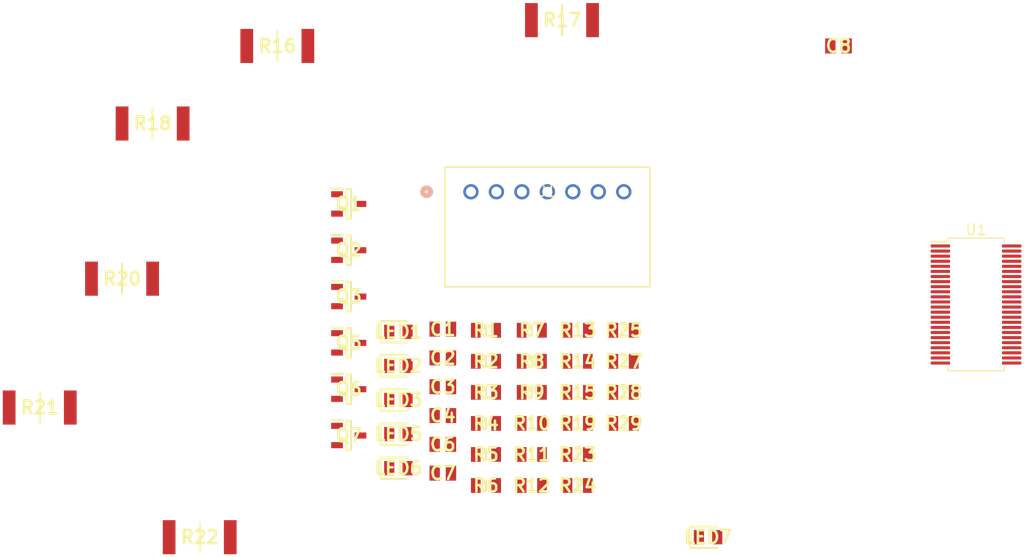
<source format=kicad_pcb>
(kicad_pcb (version 20221018) (generator pcbnew)
  (layers (0 "F.Cu" signal) (31 "B.Cu" signal) (34 "B.Paste" user) (35 "F.Paste" user) (36 "B.SilkS" user "B.Silkscreen") (37 "F.SilkS" user "F.Silkscreen") (38 "B.Mask" user) (39 "F.Mask" user) (44 "Edge.Cuts" user))
  (net 0 "")
  (net 1 "C0")
  (net 2 "C1")
  (net 3 "C2")
  (net 4 "C3")
  (net 5 "C7")
  (net 6 "C8")
  (net 7 "C9")
  (net 8 "Net-(Q1-S)")
  (net 9 "Net-(Q2-S)")
  (net 10 "Net-(Q3-S)")
  (net 11 "Net-(Q5-S)")
  (net 12 "Net-(Q6-S)")
  (net 13 "Net-(Q7-S)")
  (net 14 "Net-(LED1-K)")
  (net 15 "Net-(LED1-A)")
  (net 16 "Net-(LED2-K)")
  (net 17 "Net-(LED2-A)")
  (net 18 "Net-(LED3-K)")
  (net 19 "Net-(LED3-A)")
  (net 20 "Net-(LED5-K)")
  (net 21 "Net-(LED5-A)")
  (net 22 "Net-(LED6-K)")
  (net 23 "Net-(LED6-A)")
  (net 24 "Net-(LED7-K)")
  (net 25 "Net-(LED7-A)")
  (net 26 "Net-(Q1-G)")
  (net 27 "Net-(Q2-G)")
  (net 28 "Net-(Q3-G)")
  (net 29 "Net-(Q5-G)")
  (net 30 "Net-(Q6-G)")
  (net 31 "Net-(Q7-G)")
  (net 32 "C6")
  (net 33 "C12")
  (net 34 "VIN_MONITOR")
  (net 35 "S1")
  (net 36 "S2")
  (net 37 "S3")
  (net 38 "S7")
  (net 39 "S8")
  (net 40 "S9")
  (footprint "FixedWing:CAPC2012X95N" (layer "F.Cu") (at 138.165 71.58)
    (fp_text reference "C3" (at 0 0) (layer "F.SilkS") (effects (font (size 1.27 1.27) (thickness 0.254))))
    (fp_text value "10nF" hide)
    (pad "1" smd rect (at -0.8 0) (size 1.02 1.47) (layers "F.Cu" "F.Paste" "F.Mask") (net 3 "C2"))
    (pad "2" smd rect (at 0.8 0) (size 1.02 1.47) (layers "F.Cu" "F.Paste" "F.Mask") (net 2 "C1"))
  )
  (footprint "FixedWing:RESC6332X70N" (layer "F.Cu") (at 98.6 73.62)
    (fp_text reference "R21" (at 0 0) (layer "F.SilkS") (effects (font (size 1.27 1.27) (thickness 0.254))))
    (fp_text value "33Ω" hide)
    (fp_line (start 0 -1.475) (end 0 1.475) (stroke (width 0.2)) (layer "F.SilkS"))
    (pad "1" smd rect (at -3 0) (size 1.25 3.35) (layers "F.Cu" "F.Paste" "F.Mask") (net 11 "Net-(Q5-S)"))
    (pad "2" smd rect (at 3 0) (size 1.25 3.35) (layers "F.Cu" "F.Paste" "F.Mask") (net 23 "Net-(LED6-A)"))
  )
  (footprint "FixedWing:RESC2012X50N" (layer "F.Cu") (at 142.4 66.03)
    (fp_text reference "R1" (at 0 0) (layer "F.SilkS") (effects (font (size 1.27 1.27) (thickness 0.254))))
    (fp_text value "100Ω" hide)
    (fp_line (start 0 -0.525) (end 0 0.525) (stroke (width 0.2)) (layer "F.SilkS"))
    (pad "1" smd rect (at -1 0) (size 0.95 1.45) (layers "F.Cu" "F.Paste" "F.Mask") (net 1 "C0"))
    (pad "2" smd rect (at 1 0) (size 0.95 1.45) (layers "F.Cu" "F.Paste" "F.Mask") (net 1 "C0"))
  )
  (footprint "FixedWing:SOT95P260X110-3N" (layer "F.Cu") (at 128.93 71.82)
    (fp_text reference "Q6" (at 0 0) (layer "F.SilkS") (effects (font (size 1.27 1.27) (thickness 0.254))))
    (fp_text value "BSS308PE_H6327" hide)
    (fp_line (start -1.725 -1.5) (end -0.575 -1.5) (stroke (width 0.2)) (layer "F.SilkS"))
    (fp_line (start -0.225 -1.45) (end 0.225 -1.45) (stroke (width 0.2)) (layer "F.SilkS"))
    (fp_line (start -0.225 1.45) (end -0.225 -1.45) (stroke (width 0.2)) (layer "F.SilkS"))
    (fp_line (start 0.225 -1.45) (end 0.225 1.45) (stroke (width 0.2)) (layer "F.SilkS"))
    (fp_line (start 0.225 1.45) (end -0.225 1.45) (stroke (width 0.2)) (layer "F.SilkS"))
    (pad "1" smd rect (at -1.15 -0.95 90) (size 0.6 1.15) (layers "F.Cu" "F.Paste" "F.Mask") (net 30 "Net-(Q6-G)"))
    (pad "2" smd rect (at -1.15 0.95 90) (size 0.6 1.15) (layers "F.Cu" "F.Paste" "F.Mask") (net 12 "Net-(Q6-S)"))
    (pad "3" smd rect (at 1.15 0 90) (size 0.6 1.15) (layers "F.Cu" "F.Paste" "F.Mask") (net 23 "Net-(LED6-A)"))
  )
  (footprint "FixedWing:RESC2012X50N" (layer "F.Cu") (at 142.4 75.18)
    (fp_text reference "R4" (at 0 0) (layer "F.SilkS") (effects (font (size 1.27 1.27) (thickness 0.254))))
    (fp_text value "100Ω" hide)
    (fp_line (start 0 -0.525) (end 0 0.525) (stroke (width 0.2)) (layer "F.SilkS"))
    (pad "1" smd rect (at -1 0) (size 0.95 1.45) (layers "F.Cu" "F.Paste" "F.Mask") (net 10 "Net-(Q3-S)"))
    (pad "2" smd rect (at 1 0) (size 0.95 1.45) (layers "F.Cu" "F.Paste" "F.Mask") (net 4 "C3"))
  )
  (footprint "FixedWing:RESC2012X50N" (layer "F.Cu") (at 155.9 69.08)
    (fp_text reference "R27" (at 0 0) (layer "F.SilkS") (effects (font (size 1.27 1.27) (thickness 0.254))))
    (fp_text value "3K3Ω" hide)
    (fp_line (start 0 -0.525) (end 0 0.525) (stroke (width 0.2)) (layer "F.SilkS"))
    (pad "1" smd rect (at -1 0) (size 0.95 1.45) (layers "F.Cu" "F.Paste" "F.Mask") (net 38 "S7"))
    (pad "2" smd rect (at 1 0) (size 0.95 1.45) (layers "F.Cu" "F.Paste" "F.Mask") (net 29 "Net-(Q5-G)"))
  )
  (footprint "FixedWing:CAPC2012X95N" (layer "F.Cu") (at 138.165 68.75)
    (fp_text reference "C2" (at 0 0) (layer "F.SilkS") (effects (font (size 1.27 1.27) (thickness 0.254))))
    (fp_text value "10nF" hide)
    (pad "1" smd rect (at -0.8 0) (size 1.02 1.47) (layers "F.Cu" "F.Paste" "F.Mask") (net 2 "C1"))
    (pad "2" smd rect (at 0.8 0) (size 1.02 1.47) (layers "F.Cu" "F.Paste" "F.Mask") (net 1 "C0"))
  )
  (footprint "FixedWing:RESC2012X50N" (layer "F.Cu") (at 142.4 69.08)
    (fp_text reference "R2" (at 0 0) (layer "F.SilkS") (effects (font (size 1.27 1.27) (thickness 0.254))))
    (fp_text value "100Ω" hide)
    (fp_line (start 0 -0.525) (end 0 0.525) (stroke (width 0.2)) (layer "F.SilkS"))
    (pad "1" smd rect (at -1 0) (size 0.95 1.45) (layers "F.Cu" "F.Paste" "F.Mask") (net 8 "Net-(Q1-S)"))
    (pad "2" smd rect (at 1 0) (size 0.95 1.45) (layers "F.Cu" "F.Paste" "F.Mask") (net 2 "C1"))
  )
  (footprint "FixedWing:RESC2012X50N" (layer "F.Cu") (at 151.4 75.18)
    (fp_text reference "R19" (at 0 0) (layer "F.SilkS") (effects (font (size 1.27 1.27) (thickness 0.254))))
    (fp_text value "100Ω" hide)
    (fp_line (start 0 -0.525) (end 0 0.525) (stroke (width 0.2)) (layer "F.SilkS"))
    (pad "1" smd rect (at -1 0) (size 0.95 1.45) (layers "F.Cu" "F.Paste" "F.Mask") (net 13 "Net-(Q7-S)"))
    (pad "2" smd rect (at 1 0) (size 0.95 1.45) (layers "F.Cu" "F.Paste" "F.Mask") (net 34 "VIN_MONITOR"))
  )
  (footprint "FixedWing:CAPC2012X95N" (layer "F.Cu") (at 138.165 65.92)
    (fp_text reference "C1" (at 0 0) (layer "F.SilkS") (effects (font (size 1.27 1.27) (thickness 0.254))))
    (fp_text value "10nF" hide)
    (pad "1" smd rect (at -0.8 0) (size 1.02 1.47) (layers "F.Cu" "F.Paste" "F.Mask") (net 1 "C0"))
    (pad "2" smd rect (at 0.8 0) (size 1.02 1.47) (layers "F.Cu" "F.Paste" "F.Mask") (net 1 "C0"))
  )
  (footprint "FixedWing:RESC2012X50N" (layer "F.Cu") (at 146.9 66.03)
    (fp_text reference "R7" (at 0 0) (layer "F.SilkS") (effects (font (size 1.27 1.27) (thickness 0.254))))
    (fp_text value "100Ω" hide)
    (fp_line (start 0 -0.525) (end 0 0.525) (stroke (width 0.2)) (layer "F.SilkS"))
    (pad "1" smd rect (at -1 0) (size 0.95 1.45) (layers "F.Cu" "F.Paste" "F.Mask") (net 12 "Net-(Q6-S)"))
    (pad "2" smd rect (at 1 0) (size 0.95 1.45) (layers "F.Cu" "F.Paste" "F.Mask") (net 6 "C8"))
  )
  (footprint "FixedWing:SOT95P260X110-3N" (layer "F.Cu") (at 128.93 58.17)
    (fp_text reference "Q2" (at 0 0) (layer "F.SilkS") (effects (font (size 1.27 1.27) (thickness 0.254))))
    (fp_text value "BSS308PE_H6327" hide)
    (fp_line (start -1.725 -1.5) (end -0.575 -1.5) (stroke (width 0.2)) (layer "F.SilkS"))
    (fp_line (start -0.225 -1.45) (end 0.225 -1.45) (stroke (width 0.2)) (layer "F.SilkS"))
    (fp_line (start -0.225 1.45) (end -0.225 -1.45) (stroke (width 0.2)) (layer "F.SilkS"))
    (fp_line (start 0.225 -1.45) (end 0.225 1.45) (stroke (width 0.2)) (layer "F.SilkS"))
    (fp_line (start 0.225 1.45) (end -0.225 1.45) (stroke (width 0.2)) (layer "F.SilkS"))
    (pad "1" smd rect (at -1.15 -0.95 90) (size 0.6 1.15) (layers "F.Cu" "F.Paste" "F.Mask") (net 27 "Net-(Q2-G)"))
    (pad "2" smd rect (at -1.15 0.95 90) (size 0.6 1.15) (layers "F.Cu" "F.Paste" "F.Mask") (net 9 "Net-(Q2-S)"))
    (pad "3" smd rect (at 1.15 0 90) (size 0.6 1.15) (layers "F.Cu" "F.Paste" "F.Mask") (net 17 "Net-(LED2-A)"))
  )
  (footprint "FixedWing:LEDC2012X120N" (layer "F.Cu") (at 133.805 72.88)
    (fp_text reference "LED3" (at 0 0) (layer "F.SilkS") (effects (font (size 1.27 1.27) (thickness 0.254))))
    (fp_text value "LTST-C170KRKT" hide)
    (fp_line (start -1.75 -1.05) (end -1.75 1.05) (stroke (width 0.2)) (layer "F.SilkS"))
    (fp_line (start -1.75 1.05) (end 0.9 1.05) (stroke (width 0.2)) (layer "F.SilkS"))
    (fp_line (start 0.9 -1.05) (end -1.75 -1.05) (stroke (width 0.2)) (layer "F.SilkS"))
    (pad "1" smd rect (at -0.9 0) (size 1 1.4) (layers "F.Cu" "F.Paste" "F.Mask") (net 18 "Net-(LED3-K)"))
    (pad "2" smd rect (at 0.9 0) (size 1 1.4) (layers "F.Cu" "F.Paste" "F.Mask") (net 19 "Net-(LED3-A)"))
  )
  (footprint "FixedWing:LEDC2012X120N" (layer "F.Cu") (at 164.2 86.36)
    (fp_text reference "LED7" (at 0 0) (layer "F.SilkS") (effects (font (size 1.27 1.27) (thickness 0.254))))
    (fp_text value "LTST-C170KRKT" hide)
    (fp_line (start -1.75 -1.05) (end -1.75 1.05) (stroke (width 0.2)) (layer "F.SilkS"))
    (fp_line (start -1.75 1.05) (end 0.9 1.05) (stroke (width 0.2)) (layer "F.SilkS"))
    (fp_line (start 0.9 -1.05) (end -1.75 -1.05) (stroke (width 0.2)) (layer "F.SilkS"))
    (pad "1" smd rect (at -0.9 0) (size 1 1.4) (layers "F.Cu" "F.Paste" "F.Mask") (net 24 "Net-(LED7-K)"))
    (pad "2" smd rect (at 0.9 0) (size 1 1.4) (layers "F.Cu" "F.Paste" "F.Mask") (net 25 "Net-(LED7-A)"))
  )
  (footprint "FixedWing:LEDC2012X120N" (layer "F.Cu") (at 133.805 66.18)
    (fp_text reference "LED1" (at 0 0) (layer "F.SilkS") (effects (font (size 1.27 1.27) (thickness 0.254))))
    (fp_text value "LTST-C170KRKT" hide)
    (fp_line (start -1.75 -1.05) (end -1.75 1.05) (stroke (width 0.2)) (layer "F.SilkS"))
    (fp_line (start -1.75 1.05) (end 0.9 1.05) (stroke (width 0.2)) (layer "F.SilkS"))
    (fp_line (start 0.9 -1.05) (end -1.75 -1.05) (stroke (width 0.2)) (layer "F.SilkS"))
    (pad "1" smd rect (at -0.9 0) (size 1 1.4) (layers "F.Cu" "F.Paste" "F.Mask") (net 14 "Net-(LED1-K)"))
    (pad "2" smd rect (at 0.9 0) (size 1 1.4) (layers "F.Cu" "F.Paste" "F.Mask") (net 15 "Net-(LED1-A)"))
  )
  (footprint "FixedWing:RESC2012X50N" (layer "F.Cu") (at 142.4 78.23)
    (fp_text reference "R5" (at 0 0) (layer "F.SilkS") (effects (font (size 1.27 1.27) (thickness 0.254))))
    (fp_text value "100Ω" hide)
    (fp_line (start 0 -0.525) (end 0 0.525) (stroke (width 0.2)) (layer "F.SilkS"))
    (pad "1" smd rect (at -1 0) (size 0.95 1.45) (layers "F.Cu" "F.Paste" "F.Mask") (net 10 "Net-(Q3-S)"))
    (pad "2" smd rect (at 1 0) (size 0.95 1.45) (layers "F.Cu" "F.Paste" "F.Mask") (net 32 "C6"))
  )
  (footprint "FixedWing:RESC2012X50N" (layer "F.Cu") (at 146.9 78.23)
    (fp_text reference "R11" (at 0 0) (layer "F.SilkS") (effects (font (size 1.27 1.27) (thickness 0.254))))
    (fp_text value "475Ω" hide)
    (fp_line (start 0 -0.525) (end 0 0.525) (stroke (width 0.2)) (layer "F.SilkS"))
    (pad "1" smd rect (at -1 0) (size 0.95 1.45) (layers "F.Cu" "F.Paste" "F.Mask") (net 9 "Net-(Q2-S)"))
    (pad "2" smd rect (at 1 0) (size 0.95 1.45) (layers "F.Cu" "F.Paste" "F.Mask") (net 18 "Net-(LED3-K)"))
  )
  (footprint "FixedWing:CONN_S7B-XH-A_JST" (layer "F.Cu") (at 140.9249 52.426901)
    (fp_text reference "J1" (at 7.5 0 unlocked) (layer "F.SilkS"))
    (fp_text value "S7B-XH-A")
    (fp_circle (center -4.3491 0) (end -3.9681 0) (stroke (width 0.508)) (fill none) (layer "B.SilkS"))
    (fp_line (start -2.5711 -2.427) (end -2.5711 9.333199) (stroke (width 0.1524)) (layer "F.SilkS"))
    (fp_line (start -2.5711 9.333199) (end 17.5711 9.333199) (stroke (width 0.1524)) (layer "F.SilkS"))
    (fp_line (start 17.5711 -2.427) (end -2.5711 -2.427) (stroke (width 0.1524)) (layer "F.SilkS"))
    (fp_line (start 17.5711 9.333199) (end 17.5711 -2.427) (stroke (width 0.1524)) (layer "F.SilkS"))
    (fp_circle (center -4.3491 0) (end -3.9681 0) (stroke (width 0.508)) (fill none) (layer "F.SilkS"))
    (pad "1" thru_hole circle (at 0 0) (size 1.4986 1.4986) (drill 0.9906) (layers "*.Cu" "*.Mask") (net 1 "C0"))
    (pad "2" thru_hole circle (at 2.5 0) (size 1.4986 1.4986) (drill 0.9906) (layers "*.Cu" "*.Mask") (net 8 "Net-(Q1-S)"))
    (pad "3" thru_hole circle (at 5 0) (size 1.4986 1.4986) (drill 0.9906) (layers "*.Cu" "*.Mask") (net 9 "Net-(Q2-S)"))
    (pad "4" thru_hole circle (at 7.5 0) (size 1.4986 1.4986) (drill 0.9906) (layers "*.Cu" "*.Mask") (net 10 "Net-(Q3-S)"))
    (pad "5" thru_hole circle (at 10 0) (size 1.4986 1.4986) (drill 0.9906) (layers "*.Cu" "*.Mask") (net 11 "Net-(Q5-S)"))
    (pad "6" thru_hole circle (at 12.500001 0) (size 1.4986 1.4986) (drill 0.9906) (layers "*.Cu" "*.Mask") (net 12 "Net-(Q6-S)"))
    (pad "7" thru_hole circle (at 15.000001 0) (size 1.4986 1.4986) (drill 0.9906) (layers "*.Cu" "*.Mask") (net 13 "Net-(Q7-S)"))
  )
  (footprint "FixedWing:SOT95P260X110-3N" (layer "F.Cu") (at 128.93 62.72)
    (fp_text reference "Q3" (at 0 0) (layer "F.SilkS") (effects (font (size 1.27 1.27) (thickness 0.254))))
    (fp_text value "BSS308PE_H6327" hide)
    (fp_line (start -1.725 -1.5) (end -0.575 -1.5) (stroke (width 0.2)) (layer "F.SilkS"))
    (fp_line (start -0.225 -1.45) (end 0.225 -1.45) (stroke (width 0.2)) (layer "F.SilkS"))
    (fp_line (start -0.225 1.45) (end -0.225 -1.45) (stroke (width 0.2)) (layer "F.SilkS"))
    (fp_line (start 0.225 -1.45) (end 0.225 1.45) (stroke (width 0.2)) (layer "F.SilkS"))
    (fp_line (start 0.225 1.45) (end -0.225 1.45) (stroke (width 0.2)) (layer "F.SilkS"))
    (pad "1" smd rect (at -1.15 -0.95 90) (size 0.6 1.15) (layers "F.Cu" "F.Paste" "F.Mask") (net 28 "Net-(Q3-G)"))
    (pad "2" smd rect (at -1.15 0.95 90) (size 0.6 1.15) (layers "F.Cu" "F.Paste" "F.Mask") (net 10 "Net-(Q3-S)"))
    (pad "3" smd rect (at 1.15 0 90) (size 0.6 1.15) (layers "F.Cu" "F.Paste" "F.Mask") (net 19 "Net-(LED3-A)"))
  )
  (footprint "FixedWing:RESC2012X50N" (layer "F.Cu") (at 151.4 78.23)
    (fp_text reference "R23" (at 0 0) (layer "F.SilkS") (effects (font (size 1.27 1.27) (thickness 0.254))))
    (fp_text value "3K3Ω" hide)
    (fp_line (start 0 -0.525) (end 0 0.525) (stroke (width 0.2)) (layer "F.SilkS"))
    (pad "1" smd rect (at -1 0) (size 0.95 1.45) (layers "F.Cu" "F.Paste" "F.Mask") (net 35 "S1"))
    (pad "2" smd rect (at 1 0) (size 0.95 1.45) (layers "F.Cu" "F.Paste" "F.Mask") (net 26 "Net-(Q1-G)"))
  )
  (footprint "FixedWing:CAPC2012X95N" (layer "F.Cu") (at 138.165 77.24)
    (fp_text reference "C6" (at 0 0) (layer "F.SilkS") (effects (font (size 1.27 1.27) (thickness 0.254))))
    (fp_text value "10nF" hide)
    (pad "1" smd rect (at -0.8 0) (size 1.02 1.47) (layers "F.Cu" "F.Paste" "F.Mask") (net 5 "C7"))
    (pad "2" smd rect (at 0.8 0) (size 1.02 1.47) (layers "F.Cu" "F.Paste" "F.Mask") (net 4 "C3"))
  )
  (footprint "FixedWing:RESC2012X50N" (layer "F.Cu") (at 155.9 66.03)
    (fp_text reference "R25" (at 0 0) (layer "F.SilkS") (effects (font (size 1.27 1.27) (thickness 0.254))))
    (fp_text value "3K3Ω" hide)
    (fp_line (start 0 -0.525) (end 0 0.525) (stroke (width 0.2)) (layer "F.SilkS"))
    (pad "1" smd rect (at -1 0) (size 0.95 1.45) (layers "F.Cu" "F.Paste" "F.Mask") (net 37 "S3"))
    (pad "2" smd rect (at 1 0) (size 0.95 1.45) (layers "F.Cu" "F.Paste" "F.Mask") (net 28 "Net-(Q3-G)"))
  )
  (footprint "FixedWing:SOT95P260X110-3N" (layer "F.Cu") (at 128.93 76.37)
    (fp_text reference "Q7" (at 0 0) (layer "F.SilkS") (effects (font (size 1.27 1.27) (thickness 0.254))))
    (fp_text value "BSS308PE_H6327" hide)
    (fp_line (start -1.725 -1.5) (end -0.575 -1.5) (stroke (width 0.2)) (layer "F.SilkS"))
    (fp_line (start -0.225 -1.45) (end 0.225 -1.45) (stroke (width 0.2)) (layer "F.SilkS"))
    (fp_line (start -0.225 1.45) (end -0.225 -1.45) (stroke (width 0.2)) (layer "F.SilkS"))
    (fp_line (start 0.225 -1.45) (end 0.225 1.45) (stroke (width 0.2)) (layer "F.SilkS"))
    (fp_line (start 0.225 1.45) (end -0.225 1.45) (stroke (width 0.2)) (layer "F.SilkS"))
    (pad "1" smd rect (at -1.15 -0.95 90) (size 0.6 1.15) (layers "F.Cu" "F.Paste" "F.Mask") (net 31 "Net-(Q7-G)"))
    (pad "2" smd rect (at -1.15 0.95 90) (size 0.6 1.15) (layers "F.Cu" "F.Paste" "F.Mask") (net 13 "Net-(Q7-S)"))
    (pad "3" smd rect (at 1.15 0 90) (size 0.6 1.15) (layers "F.Cu" "F.Paste" "F.Mask") (net 25 "Net-(LED7-A)"))
  )
  (footprint "FixedWing:RESC6332X70N" (layer "F.Cu") (at 121.92 38.1)
    (fp_text reference "R16" (at 0 0) (layer "F.SilkS") (effects (font (size 1.27 1.27) (thickness 0.254))))
    (fp_text value "33Ω" hide)
    (fp_line (start 0 -1.475) (end 0 1.475) (stroke (width 0.2)) (layer "F.SilkS"))
    (pad "1" smd rect (at -3 0) (size 1.25 3.35) (layers "F.Cu" "F.Paste" "F.Mask") (net 1 "C0"))
    (pad "2" smd rect (at 3 0) (size 1.25 3.35) (layers "F.Cu" "F.Paste" "F.Mask") (net 15 "Net-(LED1-A)"))
  )
  (footprint "FixedWing:RESC6332X70N" (layer "F.Cu") (at 106.68 60.96)
    (fp_text reference "R20" (at 0 0) (layer "F.SilkS") (effects (font (size 1.27 1.27) (thickness 0.254))))
    (fp_text value "33Ω" hide)
    (fp_line (start 0 -1.475) (end 0 1.475) (stroke (width 0.2)) (layer "F.SilkS"))
    (pad "1" smd rect (at -3 0) (size 1.25 3.35) (layers "F.Cu" "F.Paste" "F.Mask") (net 10 "Net-(Q3-S)"))
    (pad "2" smd rect (at 3 0) (size 1.25 3.35) (layers "F.Cu" "F.Paste" "F.Mask") (net 21 "Net-(LED5-A)"))
  )
  (footprint "FixedWing:RESC2012X50N" (layer "F.Cu") (at 151.4 69.08)
    (fp_text reference "R14" (at 0 0) (layer "F.SilkS") (effects (font (size 1.27 1.27) (thickness 0.254))))
    (fp_text value "475Ω" hide)
    (fp_line (start 0 -0.525) (end 0 0.525) (stroke (width 0.2)) (layer "F.SilkS"))
    (pad "1" smd rect (at -1 0) (size 0.95 1.45) (layers "F.Cu" "F.Paste" "F.Mask") (net 11 "Net-(Q5-S)"))
    (pad "2" smd rect (at 1 0) (size 0.95 1.45) (layers "F.Cu" "F.Paste" "F.Mask") (net 22 "Net-(LED6-K)"))
  )
  (footprint "FixedWing:RESC2012X50N" (layer "F.Cu") (at 146.9 72.13)
    (fp_text reference "R9" (at 0 0) (layer "F.SilkS") (effects (font (size 1.27 1.27) (thickness 0.254))))
    (fp_text value "475Ω" hide)
    (fp_line (start 0 -0.525) (end 0 0.525) (stroke (width 0.2)) (layer "F.SilkS"))
    (pad "1" smd rect (at -1 0) (size 0.95 1.45) (layers "F.Cu" "F.Paste" "F.Mask") (net 1 "C0"))
    (pad "2" smd rect (at 1 0) (size 0.95 1.45) (layers "F.Cu" "F.Paste" "F.Mask") (net 14 "Net-(LED1-K)"))
  )
  (footprint "FixedWing:RESC6332X70N" (layer "F.Cu") (at 109.68 45.72)
    (fp_text reference "R18" (at 0 0) (layer "F.SilkS") (effects (font (size 1.27 1.27) (thickness 0.254))))
    (fp_text value "33Ω" hide)
    (fp_line (start 0 -1.475) (end 0 1.475) (stroke (width 0.2)) (layer "F.SilkS"))
    (pad "1" smd rect (at -3 0) (size 1.25 3.35) (layers "F.Cu" "F.Paste" "F.Mask") (net 9 "Net-(Q2-S)"))
    (pad "2" smd rect (at 3 0) (size 1.25 3.35) (layers "F.Cu" "F.Paste" "F.Mask") (net 19 "Net-(LED3-A)"))
  )
  (footprint "FixedWing:RESC6332X70N" (layer "F.Cu") (at 114.3 86.36)
    (fp_text reference "R22" (at 0 0) (layer "F.SilkS") (effects (font (size 1.27 1.27) (thickness 0.254))))
    (fp_text value "33Ω" hide)
    (fp_line (start 0 -1.475) (end 0 1.475) (stroke (width 0.2)) (layer "F.SilkS"))
    (pad "1" smd rect (at -3 0) (size 1.25 3.35) (layers "F.Cu" "F.Paste" "F.Mask") (net 12 "Net-(Q6-S)"))
    (pad "2" smd rect (at 3 0) (size 1.25 3.35) (layers "F.Cu" "F.Paste" "F.Mask") (net 25 "Net-(LED7-A)"))
  )
  (footprint "FixedWing:RESC2012X50N" (layer "F.Cu") (at 151.4 72.13)
    (fp_text reference "R15" (at 0 0) (layer "F.SilkS") (effects (font (size 1.27 1.27) (thickness 0.254))))
    (fp_text value "475Ω" hide)
    (fp_line (start 0 -0.525) (end 0 0.525) (stroke (width 0.2)) (layer "F.SilkS"))
    (pad "1" smd rect (at -1 0) (size 0.95 1.45) (layers "F.Cu" "F.Paste" "F.Mask") (net 12 "Net-(Q6-S)"))
    (pad "2" smd rect (at 1 0) (size 0.95 1.45) (layers "F.Cu" "F.Paste" "F.Mask") (net 24 "Net-(LED7-K)"))
  )
  (footprint "FixedWing:RESC2012X50N" (layer "F.Cu") (at 146.9 75.18)
    (fp_text reference "R10" (at 0 0) (layer "F.SilkS") (effects (font (size 1.27 1.27) (thickness 0.254))))
    (fp_text value "475Ω" hide)
    (fp_line (start 0 -0.525) (end 0 0.525) (stroke (width 0.2)) (layer "F.SilkS"))
    (pad "1" smd rect (at -1 0) (size 0.95 1.45) (layers "F.Cu" "F.Paste" "F.Mask") (net 8 "Net-(Q1-S)"))
    (pad "2" smd rect (at 1 0) (size 0.95 1.45) (layers "F.Cu" "F.Paste" "F.Mask") (net 16 "Net-(LED2-K)"))
  )
  (footprint "FixedWing:CAPC2012X95N" (layer "F.Cu") (at 138.165 74.41)
    (fp_text reference "C4" (at 0 0) (layer "F.SilkS") (effects (font (size 1.27 1.27) (thickness 0.254))))
    (fp_text value "10nF" hide)
    (pad "1" smd rect (at -0.8 0) (size 1.02 1.47) (layers "F.Cu" "F.Paste" "F.Mask") (net 4 "C3"))
    (pad "2" smd rect (at 0.8 0) (size 1.02 1.47) (layers "F.Cu" "F.Paste" "F.Mask") (net 3 "C2"))
  )
  (footprint "FixedWing:SOT95P260X110-3N" (layer "F.Cu") (at 128.93 53.62)
    (fp_text reference "Q1" (at 0 0) (layer "F.SilkS") (effects (font (size 1.27 1.27) (thickness 0.254))))
    (fp_text value "BSS308PE_H6327" hide)
    (fp_line (start -1.725 -1.5) (end -0.575 -1.5) (stroke (width 0.2)) (layer "F.SilkS"))
    (fp_line (start -0.225 -1.45) (end 0.225 -1.45) (stroke (width 0.2)) (layer "F.SilkS"))
    (fp_line (start -0.225 1.45) (end -0.225 -1.45) (stroke (width 0.2)) (layer "F.SilkS"))
    (fp_line (start 0.225 -1.45) (end 0.225 1.45) (stroke (width 0.2)) (layer "F.SilkS"))
    (fp_line (start 0.225 1.45) (end -0.225 1.45) (stroke (width 0.2)) (layer "F.SilkS"))
    (pad "1" smd rect (at -1.15 -0.95 90) (size 0.6 1.15) (layers "F.Cu" "F.Paste" "F.Mask") (net 26 "Net-(Q1-G)"))
    (pad "2" smd rect (at -1.15 0.95 90) (size 0.6 1.15) (layers "F.Cu" "F.Paste" "F.Mask") (net 8 "Net-(Q1-S)"))
    (pad "3" smd rect (at 1.15 0 90) (size 0.6 1.15) (layers "F.Cu" "F.Paste" "F.Mask") (net 15 "Net-(LED1-A)"))
  )
  (footprint "Package_SO:SSOP-48_5.3x12.8mm_P0.5mm" (layer "F.Cu") (at 190.5 63.5)
    (fp_text reference "U1" (at 0 -7.35) (layer "F.SilkS"))
    (fp_text value "LTC6804-2")
    (fp_line (start -2.76 -6.51) (end -2.76 -6.16) (stroke (width 0.12)) (layer "F.SilkS"))
    (fp_line (start -2.76 -6.16) (end -4.45 -6.16) (stroke (width 0.12)) (layer "F.SilkS"))
    (fp_line (start -2.76 6.51) (end -2.76 6.16) (stroke (width 0.12)) (layer "F.SilkS"))
    (fp_line (start 0 -6.51) (end -2.76 -6.51) (stroke (width 0.12)) (layer "F.SilkS"))
    (fp_line (start 0 -6.51) (end 2.76 -6.51) (stroke (width 0.12)) (layer "F.SilkS"))
    (fp_line (start 0 6.51) (end -2.76 6.51) (stroke (width 0.12)) (layer "F.SilkS"))
    (fp_line (start 0 6.51) (end 2.76 6.51) (stroke (width 0.12)) (layer "F.SilkS"))
    (fp_line (start 2.76 -6.51) (end 2.76 -6.16) (stroke (width 0.12)) (layer "F.SilkS"))
    (fp_line (start 2.76 6.51) (end 2.76 6.16) (stroke (width 0.12)) (layer "F.SilkS"))
    (pad "1" smd roundrect (at -3.5 -5.75) (size 1.9 0.3) (layers "F.Cu" "F.Paste" "F.Mask") (net 34 "VIN_MONITOR"))
    (pad "2" smd roundrect (at -3.5 -5.25) (size 1.9 0.3) (layers "F.Cu" "F.Paste" "F.Mask") (net 33 "C12"))
    (pad "3" smd roundrect (at -3.5 -4.75) (size 1.9 0.3) (layers "F.Cu" "F.Paste" "F.Mask"))
    (pad "4" smd roundrect (at -3.5 -4.25) (size 1.9 0.3) (layers "F.Cu" "F.Paste" "F.Mask") (net 33 "C12"))
    (pad "5" smd roundrect (at -3.5 -3.75) (size 1.9 0.3) (layers "F.Cu" "F.Paste" "F.Mask"))
    (pad "6" smd roundrect (at -3.5 -3.25) (size 1.9 0.3) (layers "F.Cu" "F.Paste" "F.Mask") (net 33 "C12"))
    (pad "7" smd roundrect (at -3.5 -2.75) (size 1.9 0.3) (layers "F.Cu" "F.Paste" "F.Mask"))
    (pad "8" smd roundrect (at -3.5 -2.25) (size 1.9 0.3) (layers "F.Cu" "F.Paste" "F.Mask") (net 7 "C9"))
    (pad "9" smd roundrect (at -3.5 -1.75) (size 1.9 0.3) (layers "F.Cu" "F.Paste" "F.Mask") (net 40 "S9"))
    (pad "10" smd roundrect (at -3.5 -1.25) (size 1.9 0.3) (layers "F.Cu" "F.Paste" "F.Mask") (net 6 "C8"))
    (pad "11" smd roundrect (at -3.5 -0.75) (size 1.9 0.3) (layers "F.Cu" "F.Paste" "F.Mask") (net 39 "S8"))
    (pad "12" smd roundrect (at -3.5 -0.25) (size 1.9 0.3) (layers "F.Cu" "F.Paste" "F.Mask") (net 5 "C7"))
    (pad "13" smd roundrect (at -3.5 0.25) (size 1.9 0.3) (layers "F.Cu" "F.Paste" "F.Mask") (net 38 "S7"))
    (pad "14" smd roundrect (at -3.5 0.75) (size 1.9 0.3) (layers "F.Cu" "F.Paste" "F.Mask") (net 32 "C6"))
    (pad "15" smd roundrect (at -3.5 1.25) (size 1.9 0.3) (layers "F.Cu" "F.Paste" "F.Mask"))
    (pad "16" smd roundrect (at -3.5 1.75) (size 1.9 0.3) (layers "F.Cu" "F.Paste" "F.Mask") (net 32 "C6"))
    (pad "17" smd roundrect (at -3.5 2.25) (size 1.9 0.3) (layers "F.Cu" "F.Paste" "F.Mask"))
    (pad "18" smd roundrect (at -3.5 2.75) (size 1.9 0.3) (layers "F.Cu" "F.Paste" "F.Mask") (net 32 "C6"))
    (pad "19" smd roundrect (at -3.5 3.25) (size 1.9 0.3) (layers "F.Cu" "F.Paste" "F.Mask"))
    (pad "20" smd roundrect (at -3.5 3.75) (size 1.9 0.3) (layers "F.Cu" "F.Paste" "F.Mask") (net 4 "C3"))
    (pad "21" smd roundrect (at -3.5 4.25) (size 1.9 0.3) (layers "F.Cu" "F.Paste" "F.Mask") (net 37 "S3"))
    (pad "22" smd roundrect (at -3.5 4.75) (size 1.9 0.3) (layers "F.Cu" "F.Paste" "F.Mask") (net 3 "C2"))
    (pad "23" smd roundrect (at -3.5 5.25) (size 1.9 0.3) (layers "F.Cu" "F.Paste" "F.Mask") (net 36 "S2"))
    (pad "24" smd roundrect (at -3.5 5.75) (size 1.9 0.3) (layers "F.Cu" "F.Paste" "F.Mask") (net 2 "C1"))
    (pad "25" smd roundrect (at 3.5 5.75) (size 1.9 0.3) (layers "F.Cu" "F.Paste" "F.Mask") (net 35 "S1"))
    (pad "26" smd roundrect (at 3.5 5.25) (size 1.9 0.3) (layers "F.Cu" "F.Paste" "F.Mask") (net 1 "C0"))
    (pad "27" smd roundrect (at 3.5 4.75) (size 1.9 0.3) (layers "F.Cu" "F.Paste" "F.Mask"))
    (pad "28" smd roundrect (at 3.5 4.25) (size 1.9 0.3) (layers "F.Cu" "F.Paste" "F.Mask"))
    (pad "29" smd roundrect (at 3.5 3.75) (size 1.9 0.3) (layers "F.Cu" "F.Paste" "F.Mask"))
    (pad "30" smd roundrect (at 3.5 3.25) (size 1.9 0.3) (layers "F.Cu" "F.Paste" "F.Mask") (net 1 "C0"))
    (pad "31" smd roundrect (at 3.5 2.75) (size 1.9 0.3) (layers "F.Cu" "F.Paste" "F.Mask") (net 1 "C0"))
    (pad "32" smd roundrect (at 3.5 2.25) (size 1.9 0.3) (layers "F.Cu" "F.Paste" "F.Mask"))
    (pad "33" smd roundrect (at 3.5 1.75) (size 1.9 0.3) (layers "F.Cu" "F.Paste" "F.Mask"))
    (pad "34" smd roundrect (at 3.5 1.25) (size 1.9 0.3) (layers "F.Cu" "F.Paste" "F.Mask"))
    (pad "35" smd roundrect (at 3.5 0.75) (size 1.9 0.3) (layers "F.Cu" "F.Paste" "F.Mask"))
    (pad "36" smd roundrect (at 3.5 0.25) (size 1.9 0.3) (layers "F.Cu" "F.Paste" "F.Mask"))
    (pad "37" smd roundrect (at 3.5 -0.25) (size 1.9 0.3) (layers "F.Cu" "F.Paste" "F.Mask"))
    (pad "38" smd roundrect (at 3.5 -0.75) (size 1.9 0.3) (layers "F.Cu" "F.Paste" "F.Mask"))
    (pad "39" smd roundrect (at 3.5 -1.25) (size 1.9 0.3) (layers "F.Cu" "F.Paste" "F.Mask"))
    (pad "40" smd roundrect (at 3.5 -1.75) (size 1.9 0.3) (layers "F.Cu" "F.Paste" "F.Mask"))
    (pad "41" smd roundrect (at 3.5 -2.25) (size 1.9 0.3) (layers "F.Cu" "F.Paste" "F.Mask"))
    (pad "42" smd roundrect (at 3.5 -2.75) (size 1.9 0.3) (layers "F.Cu" "F.Paste" "F.Mask"))
    (pad "43" smd roundrect (at 3.5 -3.25) (size 1.9 0.3) (layers "F.Cu" "F.Paste" "F.Mask"))
    (pad "44" smd roundrect (at 3.5 -3.75) (size 1.9 0.3) (layers "F.Cu" "F.Paste" "F.Mask"))
    (pad "45" smd roundrect (at 3.5 -4.25) (size 1.9 0.3) (layers "F.Cu" "F.Paste" "F.Mask"))
    (pad "46" smd roundrect (at 3.5 -4.75) (size 1.9 0.3) (layers "F.Cu" "F.Paste" "F.Mask"))
    (pad "47" smd roundrect (at 3.5 -5.25) (size 1.9 0.3) (layers "F.Cu" "F.Paste" "F.Mask"))
    (pad "48" smd roundrect (at 3.5 -5.75) (size 1.9 0.3) (layers "F.Cu" "F.Paste" "F.Mask"))
  )
  (footprint "FixedWing:CAPC2012X95N" (layer "F.Cu") (at 177 38.1)
    (fp_text reference "C8" (at 0 0) (layer "F.SilkS") (effects (font (size 1.27 1.27) (thickness 0.254))))
    (fp_text value "10nF" hide)
    (pad "1" smd rect (at -0.8 0) (size 1.02 1.47) (layers "F.Cu" "F.Paste" "F.Mask") (net 7 "C9"))
    (pad "2" smd rect (at 0.8 0) (size 1.02 1.47) (layers "F.Cu" "F.Paste" "F.Mask") (net 6 "C8"))
  )
  (footprint "FixedWing:RESC2012X50N" (layer "F.Cu") (at 151.4 81.28)
    (fp_text reference "R24" (at 0 0) (layer "F.SilkS") (effects (font (size 1.27 1.27) (thickness 0.254))))
    (fp_text value "3K3Ω" hide)
    (fp_line (start 0 -0.525) (end 0 0.525) (stroke (width 0.2)) (layer "F.SilkS"))
    (pad "1" smd rect (at -1 0) (size 0.95 1.45) (layers "F.Cu" "F.Paste" "F.Mask") (net 36 "S2"))
    (pad "2" smd rect (at 1 0) (size 0.95 1.45) (layers "F.Cu" "F.Paste" "F.Mask") (net 27 "Net-(Q2-G)"))
  )
  (footprint "FixedWing:RESC2012X50N" (layer "F.Cu") (at 155.9 72.13)
    (fp_text reference "R28" (at 0 0) (layer "F.SilkS") (effects (font (size 1.27 1.27) (thickness 0.254))))
    (fp_text value "3K3Ω" hide)
    (fp_line (start 0 -0.525) (end 0 0.525) (stroke (width 0.2)) (layer "F.SilkS"))
    (pad "1" smd rect (at -1 0) (size 0.95 1.45) (layers "F.Cu" "F.Paste" "F.Mask") (net 39 "S8"))
    (pad "2" smd rect (at 1 0) (size 0.95 1.45) (layers "F.Cu" "F.Paste" "F.Mask") (net 30 "Net-(Q6-G)"))
  )
  (footprint "FixedWing:LEDC2012X120N" (layer "F.Cu") (at 133.805 76.23)
    (fp_text reference "LED5" (at 0 0) (layer "F.SilkS") (effects (font (size 1.27 1.27) (thickness 0.254))))
    (fp_text value "LTST-C170KRKT" hide)
    (fp_line (start -1.75 -1.05) (end -1.75 1.05) (stroke (width 0.2)) (layer "F.SilkS"))
    (fp_line (start -1.75 1.05) (end 0.9 1.05) (stroke (width 0.2)) (layer "F.SilkS"))
    (fp_line (start 0.9 -1.05) (end -1.75 -1.05) (stroke (width 0.2)) (layer "F.SilkS"))
    (pad "1" smd rect (at -0.9 0) (size 1 1.4) (layers "F.Cu" "F.Paste" "F.Mask") (net 20 "Net-(LED5-K)"))
    (pad "2" smd rect (at 0.9 0) (size 1 1.4) (layers "F.Cu" "F.Paste" "F.Mask") (net 21 "Net-(LED5-A)"))
  )
  (footprint "FixedWing:RESC2012X50N" (layer "F.Cu") (at 142.4 72.13)
    (fp_text reference "R3" (at 0 0) (layer "F.SilkS") (effects (font (size 1.27 1.27) (thickness 0.254))))
    (fp_text value "100Ω" hide)
    (fp_line (start 0 -0.525) (end 0 0.525) (stroke (width 0.2)) (layer "F.SilkS"))
    (pad "1" smd rect (at -1 0) (size 0.95 1.45) (layers "F.Cu" "F.Paste" "F.Mask") (net 9 "Net-(Q2-S)"))
    (pad "2" smd rect (at 1 0) (size 0.95 1.45) (layers "F.Cu" "F.Paste" "F.Mask") (net 3 "C2"))
  )
  (footprint "FixedWing:RESC2012X50N" (layer "F.Cu") (at 155.9 75.18)
    (fp_text reference "R29" (at 0 0) (layer "F.SilkS") (effects (font (size 1.27 1.27) (thickness 0.254))))
    (fp_text value "3K3Ω" hide)
    (fp_line (start 0 -0.525) (end 0 0.525) (stroke (width 0.2)) (layer "F.SilkS"))
    (pad "1" smd rect (at -1 0) (size 0.95 1.45) (layers "F.Cu" "F.Paste" "F.Mask") (net 40 "S9"))
    (pad "2" smd rect (at 1 0) (size 0.95 1.45) (layers "F.Cu" "F.Paste" "F.Mask") (net 31 "Net-(Q7-G)"))
  )
  (footprint "FixedWing:RESC2012X50N" (layer "F.Cu") (at 146.9 69.08)
    (fp_text reference "R8" (at 0 0) (layer "F.SilkS") (effects (font (size 1.27 1.27) (thickness 0.254))))
    (fp_text value "100Ω" hide)
    (fp_line (start 0 -0.525) (end 0 0.525) (stroke (width 0.2)) (layer "F.SilkS"))
    (pad "1" smd rect (at -1 0) (size 0.95 1.45) (layers "F.Cu" "F.Paste" "F.Mask") (net 13 "Net-(Q7-S)"))
    (pad "2" smd rect (at 1 0) (size 0.95 1.45) (layers "F.Cu" "F.Paste" "F.Mask") (net 7 "C9"))
  )
  (footprint "FixedWing:LEDC2012X120N" (layer "F.Cu") (at 133.805 79.58)
    (fp_text reference "LED6" (at 0 0) (layer "F.SilkS") (effects (font (size 1.27 1.27) (thickness 0.254))))
    (fp_text value "LTST-C170KRKT" hide)
    (fp_line (start -1.75 -1.05) (end -1.75 1.05) (stroke (width 0.2)) (layer "F.SilkS"))
    (fp_line (start -1.75 1.05) (end 0.9 1.05) (stroke (width 0.2)) (layer "F.SilkS"))
    (fp_line (start 0.9 -1.05) (end -1.75 -1.05) (stroke (width 0.2)) (layer "F.SilkS"))
    (pad "1" smd rect (at -0.9 0) (size 1 1.4) (layers "F.Cu" "F.Paste" "F.Mask") (net 22 "Net-(LED6-K)"))
    (pad "2" smd rect (at 0.9 0) (size 1 1.4) (layers "F.Cu" "F.Paste" "F.Mask") (net 23 "Net-(LED6-A)"))
  )
  (footprint "FixedWing:SOT95P260X110-3N" (layer "F.Cu") (at 128.93 67.27)
    (fp_text reference "Q5" (at 0 0) (layer "F.SilkS") (effects (font (size 1.27 1.27) (thickness 0.254))))
    (fp_text value "BSS308PE_H6327" hide)
    (fp_line (start -1.725 -1.5) (end -0.575 -1.5) (stroke (width 0.2)) (layer "F.SilkS"))
    (fp_line (start -0.225 -1.45) (end 0.225 -1.45) (stroke (width 0.2)) (layer "F.SilkS"))
    (fp_line (start -0.225 1.45) (end -0.225 -1.45) (stroke (width 0.2)) (layer "F.SilkS"))
    (fp_line (start 0.225 -1.45) (end 0.225 1.45) (stroke (width 0.2)) (layer "F.SilkS"))
    (fp_line (start 0.225 1.45) (end -0.225 1.45) (stroke (width 0.2)) (layer "F.SilkS"))
    (pad "1" smd rect (at -1.15 -0.95 90) (size 0.6 1.15) (layers "F.Cu" "F.Paste" "F.Mask") (net 29 "Net-(Q5-G)"))
    (pad "2" smd rect (at -1.15 0.95 90) (size 0.6 1.15) (layers "F.Cu" "F.Paste" "F.Mask") (net 11 "Net-(Q5-S)"))
    (pad "3" smd rect (at 1.15 0 90) (size 0.6 1.15) (layers "F.Cu" "F.Paste" "F.Mask") (net 21 "Net-(LED5-A)"))
  )
  (footprint "FixedWing:CAPC2012X95N" (layer "F.Cu") (at 138.165 80.07)
    (fp_text reference "C7" (at 0 0) (layer "F.SilkS") (effects (font (size 1.27 1.27) (thickness 0.254))))
    (fp_text value "10nF" hide)
    (pad "1" smd rect (at -0.8 0) (size 1.02 1.47) (layers "F.Cu" "F.Paste" "F.Mask") (net 6 "C8"))
    (pad "2" smd rect (at 0.8 0) (size 1.02 1.47) (layers "F.Cu" "F.Paste" "F.Mask") (net 5 "C7"))
  )
  (footprint "FixedWing:RESC2012X50N" (layer "F.Cu") (at 142.4 81.28)
    (fp_text reference "R6" (at 0 0) (layer "F.SilkS") (effects (font (size 1.27 1.27) (thickness 0.254))))
    (fp_text value "100Ω" hide)
    (fp_line (start 0 -0.525) (end 0 0.525) (stroke (width 0.2)) (layer "F.SilkS"))
    (pad "1" smd rect (at -1 0) (size 0.95 1.45) (layers "F.Cu" "F.Paste" "F.Mask") (net 11 "Net-(Q5-S)"))
    (pad "2" smd rect (at 1 0) (size 0.95 1.45) (layers "F.Cu" "F.Paste" "F.Mask") (net 5 "C7"))
  )
  (footprint "FixedWing:RESC6332X70N" (layer "F.Cu") (at 149.86 35.56)
    (fp_text reference "R17" (at 0 0) (layer "F.SilkS") (effects (font (size 1.27 1.27) (thickness 0.254))))
    (fp_text value "33Ω" hide)
    (fp_line (start 0 -1.475) (end 0 1.475) (stroke (width 0.2)) (layer "F.SilkS"))
    (pad "1" smd rect (at -3 0) (size 1.25 3.35) (layers "F.Cu" "F.Paste" "F.Mask") (net 8 "Net-(Q1-S)"))
    (pad "2" smd rect (at 3 0) (size 1.25 3.35) (layers "F.Cu" "F.Paste" "F.Mask") (net 17 "Net-(LED2-A)"))
  )
  (footprint "FixedWing:RESC2012X50N" (layer "F.Cu") (at 146.9 81.28)
    (fp_text reference "R12" (at 0 0) (layer "F.SilkS") (effects (font (size 1.27 1.27) (thickness 0.254))))
    (fp_text value "100Ω" hide)
    (fp_line (start 0 -0.525) (end 0 0.525) (stroke (width 0.2)) (layer "F.SilkS"))
    (pad "1" smd rect (at -1 0) (size 0.95 1.45) (layers "F.Cu" "F.Paste" "F.Mask") (net 13 "Net-(Q7-S)"))
    (pad "2" smd rect (at 1 0) (size 0.95 1.45) (layers "F.Cu" "F.Paste" "F.Mask") (net 33 "C12"))
  )
  (footprint "FixedWing:LEDC2012X120N" (layer "F.Cu") (at 133.805 69.53)
    (fp_text reference "LED2" (at 0 0) (layer "F.SilkS") (effects (font (size 1.27 1.27) (thickness 0.254))))
    (fp_text value "LTST-C170KRKT" hide)
    (fp_line (start -1.75 -1.05) (end -1.75 1.05) (stroke (width 0.2)) (layer "F.SilkS"))
    (fp_line (start -1.75 1.05) (end 0.9 1.05) (stroke (width 0.2)) (layer "F.SilkS"))
    (fp_line (start 0.9 -1.05) (end -1.75 -1.05) (stroke (width 0.2)) (layer "F.SilkS"))
    (pad "1" smd rect (at -0.9 0) (size 1 1.4) (layers "F.Cu" "F.Paste" "F.Mask") (net 16 "Net-(LED2-K)"))
    (pad "2" smd rect (at 0.9 0) (size 1 1.4) (layers "F.Cu" "F.Paste" "F.Mask") (net 17 "Net-(LED2-A)"))
  )
  (footprint "FixedWing:RESC2012X50N" (layer "F.Cu") (at 151.4 66.03)
    (fp_text reference "R13" (at 0 0) (layer "F.SilkS") (effects (font (size 1.27 1.27) (thickness 0.254))))
    (fp_text value "475Ω" hide)
    (fp_line (start 0 -0.525) (end 0 0.525) (stroke (width 0.2)) (layer "F.SilkS"))
    (pad "1" smd rect (at -1 0) (size 0.95 1.45) (layers "F.Cu" "F.Paste" "F.Mask") (net 10 "Net-(Q3-S)"))
    (pad "2" smd rect (at 1 0) (size 0.95 1.45) (layers "F.Cu" "F.Paste" "F.Mask") (net 20 "Net-(LED5-K)"))
  )
)
</source>
